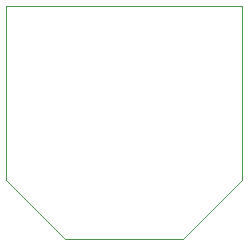
<source format=gbr>
%TF.GenerationSoftware,KiCad,Pcbnew,(5.1.8)-1*%
%TF.CreationDate,2021-11-11T19:50:17-05:00*%
%TF.ProjectId,CO2_sensor,434f325f-7365-46e7-936f-722e6b696361,rev?*%
%TF.SameCoordinates,Original*%
%TF.FileFunction,Profile,NP*%
%FSLAX46Y46*%
G04 Gerber Fmt 4.6, Leading zero omitted, Abs format (unit mm)*
G04 Created by KiCad (PCBNEW (5.1.8)-1) date 2021-11-11 19:50:17*
%MOMM*%
%LPD*%
G01*
G04 APERTURE LIST*
%TA.AperFunction,Profile*%
%ADD10C,0.050000*%
%TD*%
G04 APERTURE END LIST*
D10*
X141000000Y-101000000D02*
X146000000Y-106000000D01*
X141000000Y-86250000D02*
X141000000Y-101000000D01*
X161000000Y-86250000D02*
X141000000Y-86250000D01*
X161000000Y-101000000D02*
X161000000Y-86250000D01*
X156000000Y-106000000D02*
X161000000Y-101000000D01*
X146000000Y-106000000D02*
X156000000Y-106000000D01*
M02*

</source>
